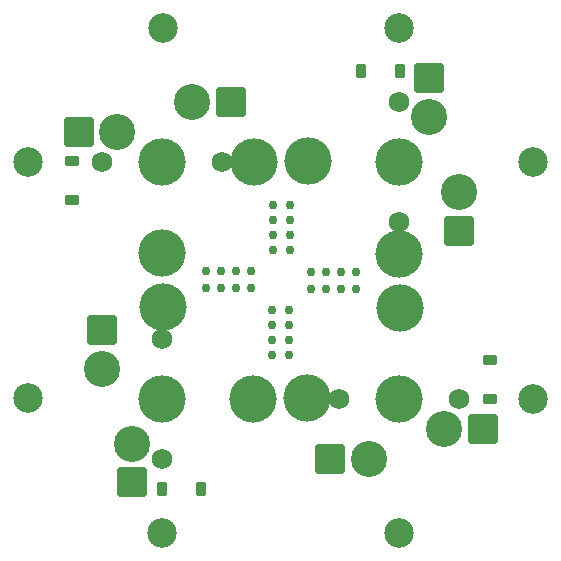
<source format=gbr>
%TF.GenerationSoftware,KiCad,Pcbnew,7.0.7*%
%TF.CreationDate,2023-09-11T19:57:54+10:00*%
%TF.ProjectId,jigsaw,6a696773-6177-42e6-9b69-6361645f7063,rev?*%
%TF.SameCoordinates,Original*%
%TF.FileFunction,Soldermask,Bot*%
%TF.FilePolarity,Negative*%
%FSLAX46Y46*%
G04 Gerber Fmt 4.6, Leading zero omitted, Abs format (unit mm)*
G04 Created by KiCad (PCBNEW 7.0.7) date 2023-09-11 19:57:54*
%MOMM*%
%LPD*%
G01*
G04 APERTURE LIST*
G04 Aperture macros list*
%AMRoundRect*
0 Rectangle with rounded corners*
0 $1 Rounding radius*
0 $2 $3 $4 $5 $6 $7 $8 $9 X,Y pos of 4 corners*
0 Add a 4 corners polygon primitive as box body*
4,1,4,$2,$3,$4,$5,$6,$7,$8,$9,$2,$3,0*
0 Add four circle primitives for the rounded corners*
1,1,$1+$1,$2,$3*
1,1,$1+$1,$4,$5*
1,1,$1+$1,$6,$7*
1,1,$1+$1,$8,$9*
0 Add four rect primitives between the rounded corners*
20,1,$1+$1,$2,$3,$4,$5,0*
20,1,$1+$1,$4,$5,$6,$7,0*
20,1,$1+$1,$6,$7,$8,$9,0*
20,1,$1+$1,$8,$9,$2,$3,0*%
G04 Aperture macros list end*
%ADD10C,1.750000*%
%ADD11C,3.050000*%
%ADD12C,4.000000*%
%ADD13RoundRect,0.250000X1.000000X-1.025000X1.000000X1.025000X-1.000000X1.025000X-1.000000X-1.025000X0*%
%ADD14RoundRect,0.250000X1.025000X1.000000X-1.025000X1.000000X-1.025000X-1.000000X1.025000X-1.000000X0*%
%ADD15RoundRect,0.250000X-1.000000X1.025000X-1.000000X-1.025000X1.000000X-1.025000X1.000000X1.025000X0*%
%ADD16RoundRect,0.250000X-1.025000X-1.000000X1.025000X-1.000000X1.025000X1.000000X-1.025000X1.000000X0*%
%ADD17C,0.750000*%
%ADD18C,2.500000*%
%ADD19RoundRect,0.225000X0.225000X0.375000X-0.225000X0.375000X-0.225000X-0.375000X0.225000X-0.375000X0*%
%ADD20RoundRect,0.225000X-0.375000X0.225000X-0.375000X-0.225000X0.375000X-0.225000X0.375000X0.225000X0*%
%ADD21RoundRect,0.225000X-0.225000X-0.375000X0.225000X-0.375000X0.225000X0.375000X-0.225000X0.375000X0*%
%ADD22RoundRect,0.225000X0.375000X-0.225000X0.375000X0.225000X-0.375000X0.225000X-0.375000X-0.225000X0*%
G04 APERTURE END LIST*
D10*
%TO.C,SW1*%
X37792238Y-59907740D03*
D11*
X35252238Y-58637740D03*
D12*
X37792238Y-54827740D03*
D11*
X32712238Y-52287740D03*
D10*
X37792238Y-49747740D03*
D13*
X35252238Y-61912740D03*
X32712238Y-48985740D03*
%TD*%
D10*
%TO.C,SW1*%
X62919978Y-54843502D03*
D11*
X61649978Y-57383502D03*
D12*
X57839978Y-54843502D03*
D11*
X55299978Y-59923502D03*
D10*
X52759978Y-54843502D03*
D14*
X64924978Y-57383502D03*
X51997978Y-59923502D03*
%TD*%
D10*
%TO.C,SW1*%
X57855740Y-29715762D03*
D11*
X60395740Y-30985762D03*
D12*
X57855740Y-34795762D03*
D11*
X62935740Y-37335762D03*
D10*
X57855740Y-39875762D03*
D15*
X60395740Y-27710762D03*
X62935740Y-40637762D03*
%TD*%
D10*
%TO.C,SW1*%
X32728000Y-34780000D03*
D11*
X33998000Y-32240000D03*
D12*
X37808000Y-34780000D03*
D11*
X40348000Y-29700000D03*
D10*
X42888000Y-34780000D03*
D16*
X30723000Y-32240000D03*
X43650000Y-29700000D03*
%TD*%
D17*
%TO.C,REF\u002A\u002A*%
X48522978Y-51158502D03*
X48522978Y-49888502D03*
X48522978Y-48618502D03*
X48522978Y-47348502D03*
X47072978Y-51158502D03*
X47072978Y-49888502D03*
X47072978Y-48618502D03*
X47072978Y-47348502D03*
%TD*%
D18*
%TO.C,TP2*%
X37798989Y-66193353D03*
%TD*%
%TO.C,TP1*%
X26433455Y-54807971D03*
%TD*%
D19*
%TO.C,D1*%
X41037238Y-62510740D03*
X37737238Y-62510740D03*
%TD*%
D12*
%TO.C,TP3*%
X45483439Y-54882425D03*
%TD*%
%TO.C,TP4*%
X37818797Y-47068955D03*
%TD*%
D17*
%TO.C,REF\u002A\u002A*%
X41477238Y-45510740D03*
X42747238Y-45510740D03*
X44017238Y-45510740D03*
X45287238Y-45510740D03*
X41477238Y-44060740D03*
X42747238Y-44060740D03*
X44017238Y-44060740D03*
X45287238Y-44060740D03*
%TD*%
D20*
%TO.C,D1*%
X65522978Y-51598502D03*
X65522978Y-54898502D03*
%TD*%
D18*
%TO.C,TP2*%
X69205591Y-54836751D03*
%TD*%
D12*
%TO.C,TP3*%
X57894663Y-47152301D03*
%TD*%
%TO.C,TP4*%
X50081193Y-54816943D03*
%TD*%
D18*
%TO.C,TP1*%
X57820209Y-66202285D03*
%TD*%
D17*
%TO.C,REF\u002A\u002A*%
X54170740Y-44112762D03*
X52900740Y-44112762D03*
X51630740Y-44112762D03*
X50360740Y-44112762D03*
X54170740Y-45562762D03*
X52900740Y-45562762D03*
X51630740Y-45562762D03*
X50360740Y-45562762D03*
%TD*%
D21*
%TO.C,D1*%
X54610740Y-27112762D03*
X57910740Y-27112762D03*
%TD*%
D18*
%TO.C,TP2*%
X57848989Y-23430149D03*
%TD*%
D12*
%TO.C,TP3*%
X50164539Y-34741077D03*
%TD*%
%TO.C,TP4*%
X57829181Y-42554547D03*
%TD*%
D18*
%TO.C,TP1*%
X69214523Y-34815531D03*
%TD*%
D17*
%TO.C,REF\u002A\u002A*%
X47125000Y-42275000D03*
X47125000Y-41005000D03*
X47125000Y-39735000D03*
X47125000Y-38465000D03*
X48575000Y-41005000D03*
X48575000Y-38465000D03*
X48575000Y-42275000D03*
X48575000Y-39735000D03*
%TD*%
D22*
%TO.C,D1*%
X30125000Y-38025000D03*
X30125000Y-34725000D03*
%TD*%
D18*
%TO.C,TP1*%
X37827769Y-23421217D03*
%TD*%
D12*
%TO.C,TP4*%
X45566785Y-34806559D03*
%TD*%
%TO.C,TP3*%
X37753315Y-42471201D03*
%TD*%
D18*
%TO.C,TP2*%
X26442387Y-34786751D03*
%TD*%
M02*

</source>
